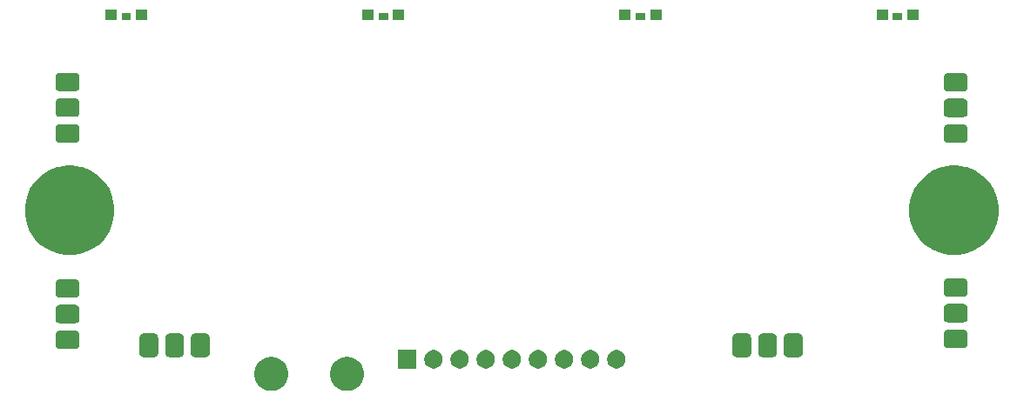
<source format=gbr>
G04 #@! TF.GenerationSoftware,KiCad,Pcbnew,5.1.6*
G04 #@! TF.CreationDate,2020-10-25T14:47:58-05:00*
G04 #@! TF.ProjectId,ddr-ps2-controller,6464722d-7073-4322-9d63-6f6e74726f6c,A*
G04 #@! TF.SameCoordinates,Original*
G04 #@! TF.FileFunction,Soldermask,Bot*
G04 #@! TF.FilePolarity,Negative*
%FSLAX46Y46*%
G04 Gerber Fmt 4.6, Leading zero omitted, Abs format (unit mm)*
G04 Created by KiCad (PCBNEW 5.1.6) date 2020-10-25 14:47:58*
%MOMM*%
%LPD*%
G01*
G04 APERTURE LIST*
%ADD10C,0.100000*%
G04 APERTURE END LIST*
D10*
G36*
X134341256Y-114319298D02*
G01*
X134447579Y-114340447D01*
X134748042Y-114464903D01*
X135018451Y-114645585D01*
X135248415Y-114875549D01*
X135429097Y-115145958D01*
X135553553Y-115446421D01*
X135617000Y-115765391D01*
X135617000Y-116090609D01*
X135553553Y-116409579D01*
X135429097Y-116710042D01*
X135248415Y-116980451D01*
X135018451Y-117210415D01*
X134748042Y-117391097D01*
X134447579Y-117515553D01*
X134341256Y-117536702D01*
X134128611Y-117579000D01*
X133803389Y-117579000D01*
X133590744Y-117536702D01*
X133484421Y-117515553D01*
X133183958Y-117391097D01*
X132913549Y-117210415D01*
X132683585Y-116980451D01*
X132502903Y-116710042D01*
X132378447Y-116409579D01*
X132315000Y-116090609D01*
X132315000Y-115765391D01*
X132378447Y-115446421D01*
X132502903Y-115145958D01*
X132683585Y-114875549D01*
X132913549Y-114645585D01*
X133183958Y-114464903D01*
X133484421Y-114340447D01*
X133590744Y-114319298D01*
X133803389Y-114277000D01*
X134128611Y-114277000D01*
X134341256Y-114319298D01*
G37*
G36*
X126975256Y-114319298D02*
G01*
X127081579Y-114340447D01*
X127382042Y-114464903D01*
X127652451Y-114645585D01*
X127882415Y-114875549D01*
X128063097Y-115145958D01*
X128187553Y-115446421D01*
X128251000Y-115765391D01*
X128251000Y-116090609D01*
X128187553Y-116409579D01*
X128063097Y-116710042D01*
X127882415Y-116980451D01*
X127652451Y-117210415D01*
X127382042Y-117391097D01*
X127081579Y-117515553D01*
X126975256Y-117536702D01*
X126762611Y-117579000D01*
X126437389Y-117579000D01*
X126224744Y-117536702D01*
X126118421Y-117515553D01*
X125817958Y-117391097D01*
X125547549Y-117210415D01*
X125317585Y-116980451D01*
X125136903Y-116710042D01*
X125012447Y-116409579D01*
X124949000Y-116090609D01*
X124949000Y-115765391D01*
X125012447Y-115446421D01*
X125136903Y-115145958D01*
X125317585Y-114875549D01*
X125547549Y-114645585D01*
X125817958Y-114464903D01*
X126118421Y-114340447D01*
X126224744Y-114319298D01*
X126437389Y-114277000D01*
X126762611Y-114277000D01*
X126975256Y-114319298D01*
G37*
G36*
X140741000Y-115401000D02*
G01*
X138939000Y-115401000D01*
X138939000Y-113599000D01*
X140741000Y-113599000D01*
X140741000Y-115401000D01*
G37*
G36*
X142493512Y-113603927D02*
G01*
X142642812Y-113633624D01*
X142806784Y-113701544D01*
X142954354Y-113800147D01*
X143079853Y-113925646D01*
X143178456Y-114073216D01*
X143246376Y-114237188D01*
X143281000Y-114411259D01*
X143281000Y-114588741D01*
X143246376Y-114762812D01*
X143178456Y-114926784D01*
X143079853Y-115074354D01*
X142954354Y-115199853D01*
X142806784Y-115298456D01*
X142642812Y-115366376D01*
X142493512Y-115396073D01*
X142468742Y-115401000D01*
X142291258Y-115401000D01*
X142266488Y-115396073D01*
X142117188Y-115366376D01*
X141953216Y-115298456D01*
X141805646Y-115199853D01*
X141680147Y-115074354D01*
X141581544Y-114926784D01*
X141513624Y-114762812D01*
X141479000Y-114588741D01*
X141479000Y-114411259D01*
X141513624Y-114237188D01*
X141581544Y-114073216D01*
X141680147Y-113925646D01*
X141805646Y-113800147D01*
X141953216Y-113701544D01*
X142117188Y-113633624D01*
X142266488Y-113603927D01*
X142291258Y-113599000D01*
X142468742Y-113599000D01*
X142493512Y-113603927D01*
G37*
G36*
X145033512Y-113603927D02*
G01*
X145182812Y-113633624D01*
X145346784Y-113701544D01*
X145494354Y-113800147D01*
X145619853Y-113925646D01*
X145718456Y-114073216D01*
X145786376Y-114237188D01*
X145821000Y-114411259D01*
X145821000Y-114588741D01*
X145786376Y-114762812D01*
X145718456Y-114926784D01*
X145619853Y-115074354D01*
X145494354Y-115199853D01*
X145346784Y-115298456D01*
X145182812Y-115366376D01*
X145033512Y-115396073D01*
X145008742Y-115401000D01*
X144831258Y-115401000D01*
X144806488Y-115396073D01*
X144657188Y-115366376D01*
X144493216Y-115298456D01*
X144345646Y-115199853D01*
X144220147Y-115074354D01*
X144121544Y-114926784D01*
X144053624Y-114762812D01*
X144019000Y-114588741D01*
X144019000Y-114411259D01*
X144053624Y-114237188D01*
X144121544Y-114073216D01*
X144220147Y-113925646D01*
X144345646Y-113800147D01*
X144493216Y-113701544D01*
X144657188Y-113633624D01*
X144806488Y-113603927D01*
X144831258Y-113599000D01*
X145008742Y-113599000D01*
X145033512Y-113603927D01*
G37*
G36*
X147573512Y-113603927D02*
G01*
X147722812Y-113633624D01*
X147886784Y-113701544D01*
X148034354Y-113800147D01*
X148159853Y-113925646D01*
X148258456Y-114073216D01*
X148326376Y-114237188D01*
X148361000Y-114411259D01*
X148361000Y-114588741D01*
X148326376Y-114762812D01*
X148258456Y-114926784D01*
X148159853Y-115074354D01*
X148034354Y-115199853D01*
X147886784Y-115298456D01*
X147722812Y-115366376D01*
X147573512Y-115396073D01*
X147548742Y-115401000D01*
X147371258Y-115401000D01*
X147346488Y-115396073D01*
X147197188Y-115366376D01*
X147033216Y-115298456D01*
X146885646Y-115199853D01*
X146760147Y-115074354D01*
X146661544Y-114926784D01*
X146593624Y-114762812D01*
X146559000Y-114588741D01*
X146559000Y-114411259D01*
X146593624Y-114237188D01*
X146661544Y-114073216D01*
X146760147Y-113925646D01*
X146885646Y-113800147D01*
X147033216Y-113701544D01*
X147197188Y-113633624D01*
X147346488Y-113603927D01*
X147371258Y-113599000D01*
X147548742Y-113599000D01*
X147573512Y-113603927D01*
G37*
G36*
X160273512Y-113603927D02*
G01*
X160422812Y-113633624D01*
X160586784Y-113701544D01*
X160734354Y-113800147D01*
X160859853Y-113925646D01*
X160958456Y-114073216D01*
X161026376Y-114237188D01*
X161061000Y-114411259D01*
X161061000Y-114588741D01*
X161026376Y-114762812D01*
X160958456Y-114926784D01*
X160859853Y-115074354D01*
X160734354Y-115199853D01*
X160586784Y-115298456D01*
X160422812Y-115366376D01*
X160273512Y-115396073D01*
X160248742Y-115401000D01*
X160071258Y-115401000D01*
X160046488Y-115396073D01*
X159897188Y-115366376D01*
X159733216Y-115298456D01*
X159585646Y-115199853D01*
X159460147Y-115074354D01*
X159361544Y-114926784D01*
X159293624Y-114762812D01*
X159259000Y-114588741D01*
X159259000Y-114411259D01*
X159293624Y-114237188D01*
X159361544Y-114073216D01*
X159460147Y-113925646D01*
X159585646Y-113800147D01*
X159733216Y-113701544D01*
X159897188Y-113633624D01*
X160046488Y-113603927D01*
X160071258Y-113599000D01*
X160248742Y-113599000D01*
X160273512Y-113603927D01*
G37*
G36*
X157733512Y-113603927D02*
G01*
X157882812Y-113633624D01*
X158046784Y-113701544D01*
X158194354Y-113800147D01*
X158319853Y-113925646D01*
X158418456Y-114073216D01*
X158486376Y-114237188D01*
X158521000Y-114411259D01*
X158521000Y-114588741D01*
X158486376Y-114762812D01*
X158418456Y-114926784D01*
X158319853Y-115074354D01*
X158194354Y-115199853D01*
X158046784Y-115298456D01*
X157882812Y-115366376D01*
X157733512Y-115396073D01*
X157708742Y-115401000D01*
X157531258Y-115401000D01*
X157506488Y-115396073D01*
X157357188Y-115366376D01*
X157193216Y-115298456D01*
X157045646Y-115199853D01*
X156920147Y-115074354D01*
X156821544Y-114926784D01*
X156753624Y-114762812D01*
X156719000Y-114588741D01*
X156719000Y-114411259D01*
X156753624Y-114237188D01*
X156821544Y-114073216D01*
X156920147Y-113925646D01*
X157045646Y-113800147D01*
X157193216Y-113701544D01*
X157357188Y-113633624D01*
X157506488Y-113603927D01*
X157531258Y-113599000D01*
X157708742Y-113599000D01*
X157733512Y-113603927D01*
G37*
G36*
X150113512Y-113603927D02*
G01*
X150262812Y-113633624D01*
X150426784Y-113701544D01*
X150574354Y-113800147D01*
X150699853Y-113925646D01*
X150798456Y-114073216D01*
X150866376Y-114237188D01*
X150901000Y-114411259D01*
X150901000Y-114588741D01*
X150866376Y-114762812D01*
X150798456Y-114926784D01*
X150699853Y-115074354D01*
X150574354Y-115199853D01*
X150426784Y-115298456D01*
X150262812Y-115366376D01*
X150113512Y-115396073D01*
X150088742Y-115401000D01*
X149911258Y-115401000D01*
X149886488Y-115396073D01*
X149737188Y-115366376D01*
X149573216Y-115298456D01*
X149425646Y-115199853D01*
X149300147Y-115074354D01*
X149201544Y-114926784D01*
X149133624Y-114762812D01*
X149099000Y-114588741D01*
X149099000Y-114411259D01*
X149133624Y-114237188D01*
X149201544Y-114073216D01*
X149300147Y-113925646D01*
X149425646Y-113800147D01*
X149573216Y-113701544D01*
X149737188Y-113633624D01*
X149886488Y-113603927D01*
X149911258Y-113599000D01*
X150088742Y-113599000D01*
X150113512Y-113603927D01*
G37*
G36*
X155193512Y-113603927D02*
G01*
X155342812Y-113633624D01*
X155506784Y-113701544D01*
X155654354Y-113800147D01*
X155779853Y-113925646D01*
X155878456Y-114073216D01*
X155946376Y-114237188D01*
X155981000Y-114411259D01*
X155981000Y-114588741D01*
X155946376Y-114762812D01*
X155878456Y-114926784D01*
X155779853Y-115074354D01*
X155654354Y-115199853D01*
X155506784Y-115298456D01*
X155342812Y-115366376D01*
X155193512Y-115396073D01*
X155168742Y-115401000D01*
X154991258Y-115401000D01*
X154966488Y-115396073D01*
X154817188Y-115366376D01*
X154653216Y-115298456D01*
X154505646Y-115199853D01*
X154380147Y-115074354D01*
X154281544Y-114926784D01*
X154213624Y-114762812D01*
X154179000Y-114588741D01*
X154179000Y-114411259D01*
X154213624Y-114237188D01*
X154281544Y-114073216D01*
X154380147Y-113925646D01*
X154505646Y-113800147D01*
X154653216Y-113701544D01*
X154817188Y-113633624D01*
X154966488Y-113603927D01*
X154991258Y-113599000D01*
X155168742Y-113599000D01*
X155193512Y-113603927D01*
G37*
G36*
X152653512Y-113603927D02*
G01*
X152802812Y-113633624D01*
X152966784Y-113701544D01*
X153114354Y-113800147D01*
X153239853Y-113925646D01*
X153338456Y-114073216D01*
X153406376Y-114237188D01*
X153441000Y-114411259D01*
X153441000Y-114588741D01*
X153406376Y-114762812D01*
X153338456Y-114926784D01*
X153239853Y-115074354D01*
X153114354Y-115199853D01*
X152966784Y-115298456D01*
X152802812Y-115366376D01*
X152653512Y-115396073D01*
X152628742Y-115401000D01*
X152451258Y-115401000D01*
X152426488Y-115396073D01*
X152277188Y-115366376D01*
X152113216Y-115298456D01*
X151965646Y-115199853D01*
X151840147Y-115074354D01*
X151741544Y-114926784D01*
X151673624Y-114762812D01*
X151639000Y-114588741D01*
X151639000Y-114411259D01*
X151673624Y-114237188D01*
X151741544Y-114073216D01*
X151840147Y-113925646D01*
X151965646Y-113800147D01*
X152113216Y-113701544D01*
X152277188Y-113633624D01*
X152426488Y-113603927D01*
X152451258Y-113599000D01*
X152628742Y-113599000D01*
X152653512Y-113603927D01*
G37*
G36*
X175448578Y-111991048D02*
G01*
X175521249Y-112013093D01*
X175588225Y-112048892D01*
X175646930Y-112097070D01*
X175695108Y-112155775D01*
X175730907Y-112222751D01*
X175752952Y-112295422D01*
X175761000Y-112377140D01*
X175761000Y-113890860D01*
X175752952Y-113972578D01*
X175730907Y-114045249D01*
X175695108Y-114112225D01*
X175646930Y-114170930D01*
X175588225Y-114219108D01*
X175521249Y-114254907D01*
X175448578Y-114276952D01*
X175366860Y-114285000D01*
X174353140Y-114285000D01*
X174271422Y-114276952D01*
X174198751Y-114254907D01*
X174131775Y-114219108D01*
X174073070Y-114170930D01*
X174024892Y-114112225D01*
X173989093Y-114045249D01*
X173967048Y-113972578D01*
X173959000Y-113890860D01*
X173959000Y-112377140D01*
X173967048Y-112295422D01*
X173989093Y-112222751D01*
X174024892Y-112155775D01*
X174073070Y-112097070D01*
X174131775Y-112048892D01*
X174198751Y-112013093D01*
X174271422Y-111991048D01*
X174353140Y-111983000D01*
X175366860Y-111983000D01*
X175448578Y-111991048D01*
G37*
G36*
X120290578Y-111991048D02*
G01*
X120363249Y-112013093D01*
X120430225Y-112048892D01*
X120488930Y-112097070D01*
X120537108Y-112155775D01*
X120572907Y-112222751D01*
X120594952Y-112295422D01*
X120603000Y-112377140D01*
X120603000Y-113890860D01*
X120594952Y-113972578D01*
X120572907Y-114045249D01*
X120537108Y-114112225D01*
X120488930Y-114170930D01*
X120430225Y-114219108D01*
X120363249Y-114254907D01*
X120290578Y-114276952D01*
X120208860Y-114285000D01*
X119195140Y-114285000D01*
X119113422Y-114276952D01*
X119040751Y-114254907D01*
X118973775Y-114219108D01*
X118915070Y-114170930D01*
X118866892Y-114112225D01*
X118831093Y-114045249D01*
X118809048Y-113972578D01*
X118801000Y-113890860D01*
X118801000Y-112377140D01*
X118809048Y-112295422D01*
X118831093Y-112222751D01*
X118866892Y-112155775D01*
X118915070Y-112097070D01*
X118973775Y-112048892D01*
X119040751Y-112013093D01*
X119113422Y-111991048D01*
X119195140Y-111983000D01*
X120208860Y-111983000D01*
X120290578Y-111991048D01*
G37*
G36*
X117790578Y-111991048D02*
G01*
X117863249Y-112013093D01*
X117930225Y-112048892D01*
X117988930Y-112097070D01*
X118037108Y-112155775D01*
X118072907Y-112222751D01*
X118094952Y-112295422D01*
X118103000Y-112377140D01*
X118103000Y-113890860D01*
X118094952Y-113972578D01*
X118072907Y-114045249D01*
X118037108Y-114112225D01*
X117988930Y-114170930D01*
X117930225Y-114219108D01*
X117863249Y-114254907D01*
X117790578Y-114276952D01*
X117708860Y-114285000D01*
X116695140Y-114285000D01*
X116613422Y-114276952D01*
X116540751Y-114254907D01*
X116473775Y-114219108D01*
X116415070Y-114170930D01*
X116366892Y-114112225D01*
X116331093Y-114045249D01*
X116309048Y-113972578D01*
X116301000Y-113890860D01*
X116301000Y-112377140D01*
X116309048Y-112295422D01*
X116331093Y-112222751D01*
X116366892Y-112155775D01*
X116415070Y-112097070D01*
X116473775Y-112048892D01*
X116540751Y-112013093D01*
X116613422Y-111991048D01*
X116695140Y-111983000D01*
X117708860Y-111983000D01*
X117790578Y-111991048D01*
G37*
G36*
X115290578Y-111991048D02*
G01*
X115363249Y-112013093D01*
X115430225Y-112048892D01*
X115488930Y-112097070D01*
X115537108Y-112155775D01*
X115572907Y-112222751D01*
X115594952Y-112295422D01*
X115603000Y-112377140D01*
X115603000Y-113890860D01*
X115594952Y-113972578D01*
X115572907Y-114045249D01*
X115537108Y-114112225D01*
X115488930Y-114170930D01*
X115430225Y-114219108D01*
X115363249Y-114254907D01*
X115290578Y-114276952D01*
X115208860Y-114285000D01*
X114195140Y-114285000D01*
X114113422Y-114276952D01*
X114040751Y-114254907D01*
X113973775Y-114219108D01*
X113915070Y-114170930D01*
X113866892Y-114112225D01*
X113831093Y-114045249D01*
X113809048Y-113972578D01*
X113801000Y-113890860D01*
X113801000Y-112377140D01*
X113809048Y-112295422D01*
X113831093Y-112222751D01*
X113866892Y-112155775D01*
X113915070Y-112097070D01*
X113973775Y-112048892D01*
X114040751Y-112013093D01*
X114113422Y-111991048D01*
X114195140Y-111983000D01*
X115208860Y-111983000D01*
X115290578Y-111991048D01*
G37*
G36*
X177948578Y-111991048D02*
G01*
X178021249Y-112013093D01*
X178088225Y-112048892D01*
X178146930Y-112097070D01*
X178195108Y-112155775D01*
X178230907Y-112222751D01*
X178252952Y-112295422D01*
X178261000Y-112377140D01*
X178261000Y-113890860D01*
X178252952Y-113972578D01*
X178230907Y-114045249D01*
X178195108Y-114112225D01*
X178146930Y-114170930D01*
X178088225Y-114219108D01*
X178021249Y-114254907D01*
X177948578Y-114276952D01*
X177866860Y-114285000D01*
X176853140Y-114285000D01*
X176771422Y-114276952D01*
X176698751Y-114254907D01*
X176631775Y-114219108D01*
X176573070Y-114170930D01*
X176524892Y-114112225D01*
X176489093Y-114045249D01*
X176467048Y-113972578D01*
X176459000Y-113890860D01*
X176459000Y-112377140D01*
X176467048Y-112295422D01*
X176489093Y-112222751D01*
X176524892Y-112155775D01*
X176573070Y-112097070D01*
X176631775Y-112048892D01*
X176698751Y-112013093D01*
X176771422Y-111991048D01*
X176853140Y-111983000D01*
X177866860Y-111983000D01*
X177948578Y-111991048D01*
G37*
G36*
X172948578Y-111991048D02*
G01*
X173021249Y-112013093D01*
X173088225Y-112048892D01*
X173146930Y-112097070D01*
X173195108Y-112155775D01*
X173230907Y-112222751D01*
X173252952Y-112295422D01*
X173261000Y-112377140D01*
X173261000Y-113890860D01*
X173252952Y-113972578D01*
X173230907Y-114045249D01*
X173195108Y-114112225D01*
X173146930Y-114170930D01*
X173088225Y-114219108D01*
X173021249Y-114254907D01*
X172948578Y-114276952D01*
X172866860Y-114285000D01*
X171853140Y-114285000D01*
X171771422Y-114276952D01*
X171698751Y-114254907D01*
X171631775Y-114219108D01*
X171573070Y-114170930D01*
X171524892Y-114112225D01*
X171489093Y-114045249D01*
X171467048Y-113972578D01*
X171459000Y-113890860D01*
X171459000Y-112377140D01*
X171467048Y-112295422D01*
X171489093Y-112222751D01*
X171524892Y-112155775D01*
X171573070Y-112097070D01*
X171631775Y-112048892D01*
X171698751Y-112013093D01*
X171771422Y-111991048D01*
X171853140Y-111983000D01*
X172866860Y-111983000D01*
X172948578Y-111991048D01*
G37*
G36*
X107626578Y-111693048D02*
G01*
X107699249Y-111715093D01*
X107766225Y-111750892D01*
X107824930Y-111799070D01*
X107873108Y-111857775D01*
X107908907Y-111924751D01*
X107930952Y-111997422D01*
X107939000Y-112079140D01*
X107939000Y-113092860D01*
X107930952Y-113174578D01*
X107908907Y-113247249D01*
X107873108Y-113314225D01*
X107824930Y-113372930D01*
X107766225Y-113421108D01*
X107699249Y-113456907D01*
X107626578Y-113478952D01*
X107544860Y-113487000D01*
X106031140Y-113487000D01*
X105949422Y-113478952D01*
X105876751Y-113456907D01*
X105809775Y-113421108D01*
X105751070Y-113372930D01*
X105702892Y-113314225D01*
X105667093Y-113247249D01*
X105645048Y-113174578D01*
X105637000Y-113092860D01*
X105637000Y-112079140D01*
X105645048Y-111997422D01*
X105667093Y-111924751D01*
X105702892Y-111857775D01*
X105751070Y-111799070D01*
X105809775Y-111750892D01*
X105876751Y-111715093D01*
X105949422Y-111693048D01*
X106031140Y-111685000D01*
X107544860Y-111685000D01*
X107626578Y-111693048D01*
G37*
G36*
X193986578Y-111607048D02*
G01*
X194059249Y-111629093D01*
X194126225Y-111664892D01*
X194184930Y-111713070D01*
X194233108Y-111771775D01*
X194268907Y-111838751D01*
X194290952Y-111911422D01*
X194299000Y-111993140D01*
X194299000Y-113006860D01*
X194290952Y-113088578D01*
X194268907Y-113161249D01*
X194233108Y-113228225D01*
X194184930Y-113286930D01*
X194126225Y-113335108D01*
X194059249Y-113370907D01*
X193986578Y-113392952D01*
X193904860Y-113401000D01*
X192391140Y-113401000D01*
X192309422Y-113392952D01*
X192236751Y-113370907D01*
X192169775Y-113335108D01*
X192111070Y-113286930D01*
X192062892Y-113228225D01*
X192027093Y-113161249D01*
X192005048Y-113088578D01*
X191997000Y-113006860D01*
X191997000Y-111993140D01*
X192005048Y-111911422D01*
X192027093Y-111838751D01*
X192062892Y-111771775D01*
X192111070Y-111713070D01*
X192169775Y-111664892D01*
X192236751Y-111629093D01*
X192309422Y-111607048D01*
X192391140Y-111599000D01*
X193904860Y-111599000D01*
X193986578Y-111607048D01*
G37*
G36*
X107626578Y-109193048D02*
G01*
X107699249Y-109215093D01*
X107766225Y-109250892D01*
X107824930Y-109299070D01*
X107873108Y-109357775D01*
X107908907Y-109424751D01*
X107930952Y-109497422D01*
X107939000Y-109579140D01*
X107939000Y-110592860D01*
X107930952Y-110674578D01*
X107908907Y-110747249D01*
X107873108Y-110814225D01*
X107824930Y-110872930D01*
X107766225Y-110921108D01*
X107699249Y-110956907D01*
X107626578Y-110978952D01*
X107544860Y-110987000D01*
X106031140Y-110987000D01*
X105949422Y-110978952D01*
X105876751Y-110956907D01*
X105809775Y-110921108D01*
X105751070Y-110872930D01*
X105702892Y-110814225D01*
X105667093Y-110747249D01*
X105645048Y-110674578D01*
X105637000Y-110592860D01*
X105637000Y-109579140D01*
X105645048Y-109497422D01*
X105667093Y-109424751D01*
X105702892Y-109357775D01*
X105751070Y-109299070D01*
X105809775Y-109250892D01*
X105876751Y-109215093D01*
X105949422Y-109193048D01*
X106031140Y-109185000D01*
X107544860Y-109185000D01*
X107626578Y-109193048D01*
G37*
G36*
X193986578Y-109107048D02*
G01*
X194059249Y-109129093D01*
X194126225Y-109164892D01*
X194184930Y-109213070D01*
X194233108Y-109271775D01*
X194268907Y-109338751D01*
X194290952Y-109411422D01*
X194299000Y-109493140D01*
X194299000Y-110506860D01*
X194290952Y-110588578D01*
X194268907Y-110661249D01*
X194233108Y-110728225D01*
X194184930Y-110786930D01*
X194126225Y-110835108D01*
X194059249Y-110870907D01*
X193986578Y-110892952D01*
X193904860Y-110901000D01*
X192391140Y-110901000D01*
X192309422Y-110892952D01*
X192236751Y-110870907D01*
X192169775Y-110835108D01*
X192111070Y-110786930D01*
X192062892Y-110728225D01*
X192027093Y-110661249D01*
X192005048Y-110588578D01*
X191997000Y-110506860D01*
X191997000Y-109493140D01*
X192005048Y-109411422D01*
X192027093Y-109338751D01*
X192062892Y-109271775D01*
X192111070Y-109213070D01*
X192169775Y-109164892D01*
X192236751Y-109129093D01*
X192309422Y-109107048D01*
X192391140Y-109099000D01*
X193904860Y-109099000D01*
X193986578Y-109107048D01*
G37*
G36*
X107626578Y-106693048D02*
G01*
X107699249Y-106715093D01*
X107766225Y-106750892D01*
X107824930Y-106799070D01*
X107873108Y-106857775D01*
X107908907Y-106924751D01*
X107930952Y-106997422D01*
X107939000Y-107079140D01*
X107939000Y-108092860D01*
X107930952Y-108174578D01*
X107908907Y-108247249D01*
X107873108Y-108314225D01*
X107824930Y-108372930D01*
X107766225Y-108421108D01*
X107699249Y-108456907D01*
X107626578Y-108478952D01*
X107544860Y-108487000D01*
X106031140Y-108487000D01*
X105949422Y-108478952D01*
X105876751Y-108456907D01*
X105809775Y-108421108D01*
X105751070Y-108372930D01*
X105702892Y-108314225D01*
X105667093Y-108247249D01*
X105645048Y-108174578D01*
X105637000Y-108092860D01*
X105637000Y-107079140D01*
X105645048Y-106997422D01*
X105667093Y-106924751D01*
X105702892Y-106857775D01*
X105751070Y-106799070D01*
X105809775Y-106750892D01*
X105876751Y-106715093D01*
X105949422Y-106693048D01*
X106031140Y-106685000D01*
X107544860Y-106685000D01*
X107626578Y-106693048D01*
G37*
G36*
X193986578Y-106607048D02*
G01*
X194059249Y-106629093D01*
X194126225Y-106664892D01*
X194184930Y-106713070D01*
X194233108Y-106771775D01*
X194268907Y-106838751D01*
X194290952Y-106911422D01*
X194299000Y-106993140D01*
X194299000Y-108006860D01*
X194290952Y-108088578D01*
X194268907Y-108161249D01*
X194233108Y-108228225D01*
X194184930Y-108286930D01*
X194126225Y-108335108D01*
X194059249Y-108370907D01*
X193986578Y-108392952D01*
X193904860Y-108401000D01*
X192391140Y-108401000D01*
X192309422Y-108392952D01*
X192236751Y-108370907D01*
X192169775Y-108335108D01*
X192111070Y-108286930D01*
X192062892Y-108228225D01*
X192027093Y-108161249D01*
X192005048Y-108088578D01*
X191997000Y-108006860D01*
X191997000Y-106993140D01*
X192005048Y-106911422D01*
X192027093Y-106838751D01*
X192062892Y-106771775D01*
X192111070Y-106713070D01*
X192169775Y-106664892D01*
X192236751Y-106629093D01*
X192309422Y-106607048D01*
X192391140Y-106599000D01*
X193904860Y-106599000D01*
X193986578Y-106607048D01*
G37*
G36*
X107548156Y-95672794D02*
G01*
X108269140Y-95816206D01*
X109060972Y-96144193D01*
X109773601Y-96620357D01*
X110379643Y-97226399D01*
X110855807Y-97939028D01*
X111183794Y-98730860D01*
X111351000Y-99571464D01*
X111351000Y-100428536D01*
X111183794Y-101269140D01*
X110855807Y-102060972D01*
X110379643Y-102773601D01*
X109773601Y-103379643D01*
X109060972Y-103855807D01*
X108269140Y-104183794D01*
X107548156Y-104327206D01*
X107428537Y-104351000D01*
X106571463Y-104351000D01*
X106451844Y-104327206D01*
X105730860Y-104183794D01*
X104939028Y-103855807D01*
X104226399Y-103379643D01*
X103620357Y-102773601D01*
X103144193Y-102060972D01*
X102816206Y-101269140D01*
X102649000Y-100428536D01*
X102649000Y-99571464D01*
X102816206Y-98730860D01*
X103144193Y-97939028D01*
X103620357Y-97226399D01*
X104226399Y-96620357D01*
X104939028Y-96144193D01*
X105730860Y-95816206D01*
X106451844Y-95672794D01*
X106571463Y-95649000D01*
X107428537Y-95649000D01*
X107548156Y-95672794D01*
G37*
G36*
X193548156Y-95672794D02*
G01*
X194269140Y-95816206D01*
X195060972Y-96144193D01*
X195773601Y-96620357D01*
X196379643Y-97226399D01*
X196855807Y-97939028D01*
X197183794Y-98730860D01*
X197351000Y-99571464D01*
X197351000Y-100428536D01*
X197183794Y-101269140D01*
X196855807Y-102060972D01*
X196379643Y-102773601D01*
X195773601Y-103379643D01*
X195060972Y-103855807D01*
X194269140Y-104183794D01*
X193548156Y-104327206D01*
X193428537Y-104351000D01*
X192571463Y-104351000D01*
X192451844Y-104327206D01*
X191730860Y-104183794D01*
X190939028Y-103855807D01*
X190226399Y-103379643D01*
X189620357Y-102773601D01*
X189144193Y-102060972D01*
X188816206Y-101269140D01*
X188649000Y-100428536D01*
X188649000Y-99571464D01*
X188816206Y-98730860D01*
X189144193Y-97939028D01*
X189620357Y-97226399D01*
X190226399Y-96620357D01*
X190939028Y-96144193D01*
X191730860Y-95816206D01*
X192451844Y-95672794D01*
X192571463Y-95649000D01*
X193428537Y-95649000D01*
X193548156Y-95672794D01*
G37*
G36*
X193986578Y-91627048D02*
G01*
X194059249Y-91649093D01*
X194126225Y-91684892D01*
X194184930Y-91733070D01*
X194233108Y-91791775D01*
X194268907Y-91858751D01*
X194290952Y-91931422D01*
X194299000Y-92013140D01*
X194299000Y-93026860D01*
X194290952Y-93108578D01*
X194268907Y-93181249D01*
X194233108Y-93248225D01*
X194184930Y-93306930D01*
X194126225Y-93355108D01*
X194059249Y-93390907D01*
X193986578Y-93412952D01*
X193904860Y-93421000D01*
X192391140Y-93421000D01*
X192309422Y-93412952D01*
X192236751Y-93390907D01*
X192169775Y-93355108D01*
X192111070Y-93306930D01*
X192062892Y-93248225D01*
X192027093Y-93181249D01*
X192005048Y-93108578D01*
X191997000Y-93026860D01*
X191997000Y-92013140D01*
X192005048Y-91931422D01*
X192027093Y-91858751D01*
X192062892Y-91791775D01*
X192111070Y-91733070D01*
X192169775Y-91684892D01*
X192236751Y-91649093D01*
X192309422Y-91627048D01*
X192391140Y-91619000D01*
X193904860Y-91619000D01*
X193986578Y-91627048D01*
G37*
G36*
X107626578Y-91607048D02*
G01*
X107699249Y-91629093D01*
X107766225Y-91664892D01*
X107824930Y-91713070D01*
X107873108Y-91771775D01*
X107908907Y-91838751D01*
X107930952Y-91911422D01*
X107939000Y-91993140D01*
X107939000Y-93006860D01*
X107930952Y-93088578D01*
X107908907Y-93161249D01*
X107873108Y-93228225D01*
X107824930Y-93286930D01*
X107766225Y-93335108D01*
X107699249Y-93370907D01*
X107626578Y-93392952D01*
X107544860Y-93401000D01*
X106031140Y-93401000D01*
X105949422Y-93392952D01*
X105876751Y-93370907D01*
X105809775Y-93335108D01*
X105751070Y-93286930D01*
X105702892Y-93228225D01*
X105667093Y-93161249D01*
X105645048Y-93088578D01*
X105637000Y-93006860D01*
X105637000Y-91993140D01*
X105645048Y-91911422D01*
X105667093Y-91838751D01*
X105702892Y-91771775D01*
X105751070Y-91713070D01*
X105809775Y-91664892D01*
X105876751Y-91629093D01*
X105949422Y-91607048D01*
X106031140Y-91599000D01*
X107544860Y-91599000D01*
X107626578Y-91607048D01*
G37*
G36*
X193986578Y-89127048D02*
G01*
X194059249Y-89149093D01*
X194126225Y-89184892D01*
X194184930Y-89233070D01*
X194233108Y-89291775D01*
X194268907Y-89358751D01*
X194290952Y-89431422D01*
X194299000Y-89513140D01*
X194299000Y-90526860D01*
X194290952Y-90608578D01*
X194268907Y-90681249D01*
X194233108Y-90748225D01*
X194184930Y-90806930D01*
X194126225Y-90855108D01*
X194059249Y-90890907D01*
X193986578Y-90912952D01*
X193904860Y-90921000D01*
X192391140Y-90921000D01*
X192309422Y-90912952D01*
X192236751Y-90890907D01*
X192169775Y-90855108D01*
X192111070Y-90806930D01*
X192062892Y-90748225D01*
X192027093Y-90681249D01*
X192005048Y-90608578D01*
X191997000Y-90526860D01*
X191997000Y-89513140D01*
X192005048Y-89431422D01*
X192027093Y-89358751D01*
X192062892Y-89291775D01*
X192111070Y-89233070D01*
X192169775Y-89184892D01*
X192236751Y-89149093D01*
X192309422Y-89127048D01*
X192391140Y-89119000D01*
X193904860Y-89119000D01*
X193986578Y-89127048D01*
G37*
G36*
X107626578Y-89107048D02*
G01*
X107699249Y-89129093D01*
X107766225Y-89164892D01*
X107824930Y-89213070D01*
X107873108Y-89271775D01*
X107908907Y-89338751D01*
X107930952Y-89411422D01*
X107939000Y-89493140D01*
X107939000Y-90506860D01*
X107930952Y-90588578D01*
X107908907Y-90661249D01*
X107873108Y-90728225D01*
X107824930Y-90786930D01*
X107766225Y-90835108D01*
X107699249Y-90870907D01*
X107626578Y-90892952D01*
X107544860Y-90901000D01*
X106031140Y-90901000D01*
X105949422Y-90892952D01*
X105876751Y-90870907D01*
X105809775Y-90835108D01*
X105751070Y-90786930D01*
X105702892Y-90728225D01*
X105667093Y-90661249D01*
X105645048Y-90588578D01*
X105637000Y-90506860D01*
X105637000Y-89493140D01*
X105645048Y-89411422D01*
X105667093Y-89338751D01*
X105702892Y-89271775D01*
X105751070Y-89213070D01*
X105809775Y-89164892D01*
X105876751Y-89129093D01*
X105949422Y-89107048D01*
X106031140Y-89099000D01*
X107544860Y-89099000D01*
X107626578Y-89107048D01*
G37*
G36*
X193986578Y-86627048D02*
G01*
X194059249Y-86649093D01*
X194126225Y-86684892D01*
X194184930Y-86733070D01*
X194233108Y-86791775D01*
X194268907Y-86858751D01*
X194290952Y-86931422D01*
X194299000Y-87013140D01*
X194299000Y-88026860D01*
X194290952Y-88108578D01*
X194268907Y-88181249D01*
X194233108Y-88248225D01*
X194184930Y-88306930D01*
X194126225Y-88355108D01*
X194059249Y-88390907D01*
X193986578Y-88412952D01*
X193904860Y-88421000D01*
X192391140Y-88421000D01*
X192309422Y-88412952D01*
X192236751Y-88390907D01*
X192169775Y-88355108D01*
X192111070Y-88306930D01*
X192062892Y-88248225D01*
X192027093Y-88181249D01*
X192005048Y-88108578D01*
X191997000Y-88026860D01*
X191997000Y-87013140D01*
X192005048Y-86931422D01*
X192027093Y-86858751D01*
X192062892Y-86791775D01*
X192111070Y-86733070D01*
X192169775Y-86684892D01*
X192236751Y-86649093D01*
X192309422Y-86627048D01*
X192391140Y-86619000D01*
X193904860Y-86619000D01*
X193986578Y-86627048D01*
G37*
G36*
X107626578Y-86607048D02*
G01*
X107699249Y-86629093D01*
X107766225Y-86664892D01*
X107824930Y-86713070D01*
X107873108Y-86771775D01*
X107908907Y-86838751D01*
X107930952Y-86911422D01*
X107939000Y-86993140D01*
X107939000Y-88006860D01*
X107930952Y-88088578D01*
X107908907Y-88161249D01*
X107873108Y-88228225D01*
X107824930Y-88286930D01*
X107766225Y-88335108D01*
X107699249Y-88370907D01*
X107626578Y-88392952D01*
X107544860Y-88401000D01*
X106031140Y-88401000D01*
X105949422Y-88392952D01*
X105876751Y-88370907D01*
X105809775Y-88335108D01*
X105751070Y-88286930D01*
X105702892Y-88228225D01*
X105667093Y-88161249D01*
X105645048Y-88088578D01*
X105637000Y-88006860D01*
X105637000Y-86993140D01*
X105645048Y-86911422D01*
X105667093Y-86838751D01*
X105702892Y-86771775D01*
X105751070Y-86713070D01*
X105809775Y-86664892D01*
X105876751Y-86629093D01*
X105949422Y-86607048D01*
X106031140Y-86599000D01*
X107544860Y-86599000D01*
X107626578Y-86607048D01*
G37*
G36*
X187951000Y-81501000D02*
G01*
X187049000Y-81501000D01*
X187049000Y-80799000D01*
X187951000Y-80799000D01*
X187951000Y-81501000D01*
G37*
G36*
X186551000Y-81501000D02*
G01*
X185449000Y-81501000D01*
X185449000Y-80499000D01*
X186551000Y-80499000D01*
X186551000Y-81501000D01*
G37*
G36*
X189551000Y-81501000D02*
G01*
X188449000Y-81501000D01*
X188449000Y-80499000D01*
X189551000Y-80499000D01*
X189551000Y-81501000D01*
G37*
G36*
X164551000Y-81501000D02*
G01*
X163449000Y-81501000D01*
X163449000Y-80499000D01*
X164551000Y-80499000D01*
X164551000Y-81501000D01*
G37*
G36*
X162951000Y-81501000D02*
G01*
X162049000Y-81501000D01*
X162049000Y-80799000D01*
X162951000Y-80799000D01*
X162951000Y-81501000D01*
G37*
G36*
X161551000Y-81501000D02*
G01*
X160449000Y-81501000D01*
X160449000Y-80499000D01*
X161551000Y-80499000D01*
X161551000Y-81501000D01*
G37*
G36*
X139551000Y-81501000D02*
G01*
X138449000Y-81501000D01*
X138449000Y-80499000D01*
X139551000Y-80499000D01*
X139551000Y-81501000D01*
G37*
G36*
X137951000Y-81501000D02*
G01*
X137049000Y-81501000D01*
X137049000Y-80799000D01*
X137951000Y-80799000D01*
X137951000Y-81501000D01*
G37*
G36*
X136551000Y-81501000D02*
G01*
X135449000Y-81501000D01*
X135449000Y-80499000D01*
X136551000Y-80499000D01*
X136551000Y-81501000D01*
G37*
G36*
X112951000Y-81501000D02*
G01*
X112049000Y-81501000D01*
X112049000Y-80799000D01*
X112951000Y-80799000D01*
X112951000Y-81501000D01*
G37*
G36*
X111551000Y-81501000D02*
G01*
X110449000Y-81501000D01*
X110449000Y-80499000D01*
X111551000Y-80499000D01*
X111551000Y-81501000D01*
G37*
G36*
X114551000Y-81501000D02*
G01*
X113449000Y-81501000D01*
X113449000Y-80499000D01*
X114551000Y-80499000D01*
X114551000Y-81501000D01*
G37*
M02*

</source>
